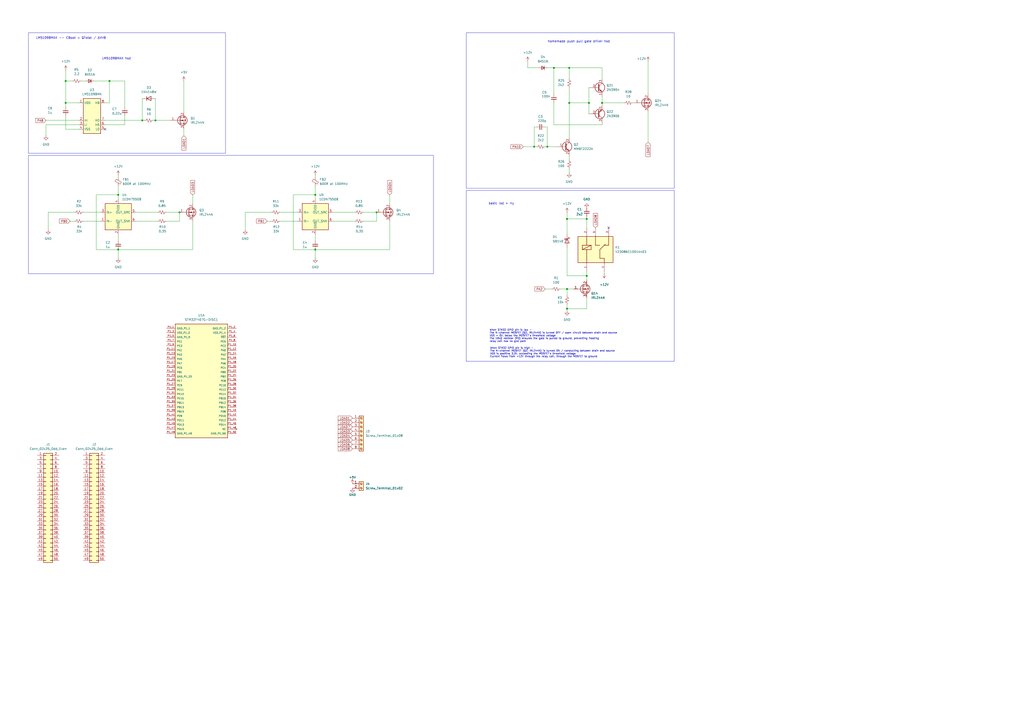
<source format=kicad_sch>
(kicad_sch (version 20231120) (generator "eeschema") (generator_version "8.0")
  (paper "A2")
  (lib_symbols
    (symbol "Connector:Screw_Terminal_01x02" (pin_names (offset 1.016) hide)
      (property "Reference" "J" (at 0 2.54 0))
      (property "Value" "Screw_Terminal_01x02" (at 0 -5.08 0))
      (symbol "Screw_Terminal_01x02_1_1"
        (pin passive line (at -5.08 0 0) (length 3.81) (name "Pin_1") (number "1"))
        (pin passive line (at -5.08 -2.54 0) (length 3.81) (name "Pin_2") (number "2"))
      )
    )
    (symbol "Connector:Screw_Terminal_01x08" (pin_names (offset 1.016) hide)
      (property "Reference" "J" (at 0 10.16 0))
      (property "Value" "Screw_Terminal_01x08" (at 0 -12.7 0))
      (symbol "Screw_Terminal_01x08_1_1"
        (pin passive line (at -5.08 7.62 0) (length 3.81) (name "Pin_1") (number "1"))
        (pin passive line (at -5.08 5.08 0) (length 3.81) (name "Pin_2") (number "2"))
        (pin passive line (at -5.08 2.54 0) (length 3.81) (name "Pin_3") (number "3"))
        (pin passive line (at -5.08 0 0) (length 3.81) (name "Pin_4") (number "4"))
        (pin passive line (at -5.08 -2.54 0) (length 3.81) (name "Pin_5") (number "5"))
        (pin passive line (at -5.08 -5.08 0) (length 3.81) (name "Pin_6") (number "6"))
        (pin passive line (at -5.08 -7.62 0) (length 3.81) (name "Pin_7") (number "7"))
        (pin passive line (at -5.08 -10.16 0) (length 3.81) (name "Pin_8") (number "8"))
      )
    )
    (symbol "Connector_Generic:Conn_02x25_Odd_Even" (pin_names (offset 1.016) hide)
      (property "Reference" "J" (at 1.27 33.02 0))
      (property "Value" "Conn_02x25_Odd_Even" (at 1.27 -33.02 0))
      (symbol "Conn_02x25_Odd_Even_1_1"
        (pin passive line (at -5.08 30.48 0) (length 3.81) (name "Pin_1") (number "1"))
        (pin passive line (at 7.62 20.32 180) (length 3.81) (name "Pin_10") (number "10"))
        (pin passive line (at -5.08 17.78 0) (length 3.81) (name "Pin_11") (number "11"))
        (pin passive line (at 7.62 17.78 180) (length 3.81) (name "Pin_12") (number "12"))
        (pin passive line (at -5.08 15.24 0) (length 3.81) (name "Pin_13") (number "13"))
        (pin passive line (at 7.62 15.24 180) (length 3.81) (name "Pin_14") (number "14"))
        (pin passive line (at -5.08 12.7 0) (length 3.81) (name "Pin_15") (number "15"))
        (pin passive line (at 7.62 12.7 180) (length 3.81) (name "Pin_16") (number "16"))
        (pin passive line (at -5.08 10.16 0) (length 3.81) (name "Pin_17") (number "17"))
        (pin passive line (at 7.62 10.16 180) (length 3.81) (name "Pin_18") (number "18"))
        (pin passive line (at -5.08 7.62 0) (length 3.81) (name "Pin_19") (number "19"))
        (pin passive line (at 7.62 30.48 180) (length 3.81) (name "Pin_2") (number "2"))
        (pin passive line (at 7.62 7.62 180) (length 3.81) (name "Pin_20") (number "20"))
        (pin passive line (at -5.08 5.08 0) (length 3.81) (name "Pin_21") (number "21"))
        (pin passive line (at 7.62 5.08 180) (length 3.81) (name "Pin_22") (number "22"))
        (pin passive line (at -5.08 2.54 0) (length 3.81) (name "Pin_23") (number "23"))
        (pin passive line (at 7.62 2.54 180) (length 3.81) (name "Pin_24") (number "24"))
        (pin passive line (at -5.08 0 0) (length 3.81) (name "Pin_25") (number "25"))
        (pin passive line (at 7.62 0 180) (length 3.81) (name "Pin_26") (number "26"))
        (pin passive line (at -5.08 -2.54 0) (length 3.81) (name "Pin_27") (number "27"))
        (pin passive line (at 7.62 -2.54 180) (length 3.81) (name "Pin_28") (number "28"))
        (pin passive line (at -5.08 -5.08 0) (length 3.81) (name "Pin_29") (number "29"))
        (pin passive line (at -5.08 27.94 0) (length 3.81) (name "Pin_3") (number "3"))
        (pin passive line (at 7.62 -5.08 180) (length 3.81) (name "Pin_30") (number "30"))
        (pin passive line (at -5.08 -7.62 0) (length 3.81) (name "Pin_31") (number "31"))
        (pin passive line (at 7.62 -7.62 180) (length 3.81) (name "Pin_32") (number "32"))
        (pin passive line (at -5.08 -10.16 0) (length 3.81) (name "Pin_33") (number "33"))
        (pin passive line (at 7.62 -10.16 180) (length 3.81) (name "Pin_34") (number "34"))
        (pin passive line (at -5.08 -12.7 0) (length 3.81) (name "Pin_35") (number "35"))
        (pin passive line (at 7.62 -12.7 180) (length 3.81) (name "Pin_36") (number "36"))
        (pin passive line (at -5.08 -15.24 0) (length 3.81) (name "Pin_37") (number "37"))
        (pin passive line (at 7.62 -15.24 180) (length 3.81) (name "Pin_38") (number "38"))
        (pin passive line (at -5.08 -17.78 0) (length 3.81) (name "Pin_39") (number "39"))
        (pin passive line (at 7.62 27.94 180) (length 3.81) (name "Pin_4") (number "4"))
        (pin passive line (at 7.62 -17.78 180) (length 3.81) (name "Pin_40") (number "40"))
        (pin passive line (at -5.08 -20.32 0) (length 3.81) (name "Pin_41") (number "41"))
        (pin passive line (at 7.62 -20.32 180) (length 3.81) (name "Pin_42") (number "42"))
        (pin passive line (at -5.08 -22.86 0) (length 3.81) (name "Pin_43") (number "43"))
        (pin passive line (at 7.62 -22.86 180) (length 3.81) (name "Pin_44") (number "44"))
        (pin passive line (at -5.08 -25.4 0) (length 3.81) (name "Pin_45") (number "45"))
        (pin passive line (at 7.62 -25.4 180) (length 3.81) (name "Pin_46") (number "46"))
        (pin passive line (at -5.08 -27.94 0) (length 3.81) (name "Pin_47") (number "47"))
        (pin passive line (at 7.62 -27.94 180) (length 3.81) (name "Pin_48") (number "48"))
        (pin passive line (at -5.08 -30.48 0) (length 3.81) (name "Pin_49") (number "49"))
        (pin passive line (at -5.08 25.4 0) (length 3.81) (name "Pin_5") (number "5"))
        (pin passive line (at 7.62 -30.48 180) (length 3.81) (name "Pin_50") (number "50"))
        (pin passive line (at 7.62 25.4 180) (length 3.81) (name "Pin_6") (number "6"))
        (pin passive line (at -5.08 22.86 0) (length 3.81) (name "Pin_7") (number "7"))
        (pin passive line (at 7.62 22.86 180) (length 3.81) (name "Pin_8") (number "8"))
        (pin passive line (at -5.08 20.32 0) (length 3.81) (name "Pin_9") (number "9"))
      )
    )
    (symbol "Device:C_Small" (pin_numbers hide) (pin_names (offset 0.254) hide)
      (property "Reference" "C" (at 0.254 1.778 0))
      (property "Value" "C_Small" (at 0.254 -2.032 0))
      (symbol "C_Small_1_1"
        (pin passive line (at 0 2.54 270) (length 2.032) (name "~") (number "1"))
        (pin passive line (at 0 -2.54 90) (length 2.032) (name "~") (number "2"))
      )
    )
    (symbol "Device:D_Small" (pin_numbers hide) (pin_names (offset 0.254) hide)
      (property "Reference" "D" (at -1.27 2.032 0))
      (property "Value" "D_Small" (at -3.81 -2.032 0))
      (symbol "D_Small_1_1"
        (pin passive line (at -2.54 0 0) (length 1.778) (name "K") (number "1"))
        (pin passive line (at 2.54 0 180) (length 1.778) (name "A") (number "2"))
      )
    )
    (symbol "Device:FerriteBead_Small" (pin_numbers hide) (pin_names (offset 0))
      (property "Reference" "FB" (at 1.905 1.27 0))
      (property "Value" "FerriteBead_Small" (at 1.905 -1.27 0))
      (symbol "FerriteBead_Small_1_1"
        (pin passive line (at 0 2.54 270) (length 1.27) (name "~") (number "1"))
        (pin passive line (at 0 -2.54 90) (length 1.27) (name "~") (number "2"))
      )
    )
    (symbol "Device:R_Small_US" (pin_numbers hide) (pin_names (offset 0.254) hide)
      (property "Reference" "R" (at 0.762 0.508 0))
      (property "Value" "R_Small_US" (at 0.762 -1.016 0))
      (symbol "R_Small_US_1_1"
        (pin passive line (at 0 2.54 270) (length 1.016) (name "~") (number "1"))
        (pin passive line (at 0 -2.54 90) (length 1.016) (name "~") (number "2"))
      )
    )
    (symbol "Diode:1N4148W" (pin_numbers hide) (pin_names hide)
      (property "Reference" "D" (at 0 2.54 0))
      (property "Value" "1N4148W" (at 0 -2.54 0))
      (symbol "1N4148W_1_1"
        (pin passive line (at -3.81 0 0) (length 2.54) (name "K") (number "1"))
        (pin passive line (at 3.81 0 180) (length 2.54) (name "A") (number "2"))
      )
    )
    (symbol "Diode:SB140" (pin_numbers hide) (pin_names (offset 1.016) hide)
      (property "Reference" "D" (at 0 2.54 0))
      (property "Value" "SB140" (at 0 -2.54 0))
      (symbol "SB140_1_1"
        (pin passive line (at -3.81 0 0) (length 2.54) (name "K") (number "1"))
        (pin passive line (at 3.81 0 180) (length 2.54) (name "A") (number "2"))
      )
    )
    (symbol "Driver_FET:1EDN7550B"
      (property "Reference" "U" (at -7.62 8.89 0))
      (property "Value" "1EDN7550B" (at 1.27 8.89 0))
      (symbol "1EDN7550B_1_1"
        (pin input line (at -10.16 -2.54 0) (length 2.54) (name "IN-") (number "1"))
        (pin power_in line (at 0 -10.16 90) (length 2.54) (name "GND") (number "2"))
        (pin input line (at -10.16 2.54 0) (length 2.54) (name "IN+") (number "3"))
        (pin power_in line (at 0 10.16 270) (length 2.54) (name "VDD") (number "4"))
        (pin output line (at 10.16 2.54 180) (length 2.54) (name "OUT_SRC") (number "5"))
        (pin output line (at 10.16 -2.54 180) (length 2.54) (name "OUT_SNK") (number "6"))
      )
    )
    (symbol "Driver_FET:LM5109BMA"
      (property "Reference" "U" (at 0 13.97 0))
      (property "Value" "LM5109BMA" (at 0 11.43 0))
      (symbol "LM5109BMA_1_1"
        (pin power_in line (at -7.62 7.62 0) (length 2.54) (name "VDD") (number "1"))
        (pin input line (at -7.62 -2.54 0) (length 2.54) (name "HI") (number "2"))
        (pin input line (at -7.62 -5.08 0) (length 2.54) (name "LI") (number "3"))
        (pin power_in line (at -7.62 -7.62 0) (length 2.54) (name "VSS") (number "4"))
        (pin output line (at 7.62 -7.62 180) (length 2.54) (name "LO") (number "5"))
        (pin passive line (at 7.62 -5.08 180) (length 2.54) (name "HS") (number "6"))
        (pin output line (at 7.62 -2.54 180) (length 2.54) (name "HO") (number "7"))
        (pin passive line (at 7.62 7.62 180) (length 2.54) (name "HB") (number "8"))
      )
    )
    (symbol "New_Library_0:STM32F407G-DISC1" (pin_names (offset 1.016))
      (property "Reference" "U" (at -15.24 33.782 0))
      (property "Value" "STM32F407G-DISC1" (at -15.24 -35.56 0))
      (symbol "STM32F407G-DISC1_1_0"
        (pin power_in line (at -20.32 30.48 0) (length 5.08) (name "GND_P1_1") (number "P1_1"))
        (pin bidirectional line (at 20.32 20.32 180) (length 5.08) (name "PC2") (number "P1_10"))
        (pin bidirectional line (at -20.32 17.78 0) (length 5.08) (name "PA1") (number "P1_11"))
        (pin bidirectional line (at 20.32 17.78 180) (length 5.08) (name "PA0") (number "P1_12"))
        (pin bidirectional line (at -20.32 15.24 0) (length 5.08) (name "PA3") (number "P1_13"))
        (pin bidirectional line (at 20.32 15.24 180) (length 5.08) (name "PA2") (number "P1_14"))
        (pin bidirectional line (at -20.32 12.7 0) (length 5.08) (name "PA5") (number "P1_15"))
        (pin bidirectional line (at 20.32 12.7 180) (length 5.08) (name "PA4") (number "P1_16"))
        (pin bidirectional line (at -20.32 10.16 0) (length 5.08) (name "PA7") (number "P1_17"))
        (pin bidirectional line (at 20.32 10.16 180) (length 5.08) (name "PA6") (number "P1_18"))
        (pin bidirectional line (at -20.32 7.62 0) (length 5.08) (name "PC5") (number "P1_19"))
        (pin power_in line (at 20.32 30.48 180) (length 5.08) (name "GND_P1_2") (number "P1_2"))
        (pin bidirectional line (at 20.32 7.62 180) (length 5.08) (name "PC4") (number "P1_20"))
        (pin bidirectional line (at -20.32 5.08 0) (length 5.08) (name "PB1") (number "P1_21"))
        (pin bidirectional line (at 20.32 5.08 180) (length 5.08) (name "PB0") (number "P1_22"))
        (pin power_in line (at -20.32 2.54 0) (length 5.08) (name "GND_P1_23") (number "P1_23"))
        (pin bidirectional line (at 20.32 2.54 180) (length 5.08) (name "PB2") (number "P1_24"))
        (pin bidirectional line (at -20.32 0 0) (length 5.08) (name "PE7") (number "P1_25"))
        (pin bidirectional line (at 20.32 0 180) (length 5.08) (name "PE8") (number "P1_26"))
        (pin bidirectional line (at -20.32 -2.54 0) (length 5.08) (name "PE9") (number "P1_27"))
        (pin bidirectional line (at 20.32 -2.54 180) (length 5.08) (name "PE10") (number "P1_28"))
        (pin bidirectional line (at -20.32 -5.08 0) (length 5.08) (name "PE11") (number "P1_29"))
        (pin power_in line (at -20.32 27.94 0) (length 5.08) (name "VDD_P1_3") (number "P1_3"))
        (pin bidirectional line (at 20.32 -5.08 180) (length 5.08) (name "PE12") (number "P1_30"))
        (pin bidirectional line (at -20.32 -7.62 0) (length 5.08) (name "PE13") (number "P1_31"))
        (pin bidirectional line (at 20.32 -7.62 180) (length 5.08) (name "PE14") (number "P1_32"))
        (pin bidirectional line (at -20.32 -10.16 0) (length 5.08) (name "PE15") (number "P1_33"))
        (pin bidirectional line (at 20.32 -10.16 180) (length 5.08) (name "PB10") (number "P1_34"))
        (pin bidirectional line (at -20.32 -12.7 0) (length 5.08) (name "PB11") (number "P1_35"))
        (pin bidirectional line (at 20.32 -12.7 180) (length 5.08) (name "PB12") (number "P1_36"))
        (pin bidirectional line (at -20.32 -15.24 0) (length 5.08) (name "PB13") (number "P1_37"))
        (pin bidirectional line (at 20.32 -15.24 180) (length 5.08) (name "PB14") (number "P1_38"))
        (pin bidirectional line (at -20.32 -17.78 0) (length 5.08) (name "PB15") (number "P1_39"))
        (pin power_in line (at 20.32 27.94 180) (length 5.08) (name "VDD_P1_4") (number "P1_4"))
        (pin bidirectional line (at 20.32 -17.78 180) (length 5.08) (name "PD8") (number "P1_40"))
        (pin bidirectional line (at -20.32 -20.32 0) (length 5.08) (name "PD9") (number "P1_41"))
        (pin bidirectional line (at 20.32 -20.32 180) (length 5.08) (name "PD10") (number "P1_42"))
        (pin bidirectional line (at -20.32 -22.86 0) (length 5.08) (name "PD11") (number "P1_43"))
        (pin bidirectional line (at 20.32 -22.86 180) (length 5.08) (name "PD12") (number "P1_44"))
        (pin bidirectional line (at -20.32 -25.4 0) (length 5.08) (name "PD13") (number "P1_45"))
        (pin bidirectional line (at 20.32 -25.4 180) (length 5.08) (name "PD14") (number "P1_46"))
        (pin bidirectional line (at -20.32 -27.94 0) (length 5.08) (name "PD15") (number "P1_47"))
        (pin no_connect line (at 20.32 -27.94 180) (length 5.08) (name "NC") (number "P1_48"))
        (pin power_in line (at -20.32 -30.48 0) (length 5.08) (name "GND_P1_49") (number "P1_49"))
        (pin power_in line (at -20.32 25.4 0) (length 5.08) (name "GND_P1_5") (number "P1_5"))
        (pin power_in line (at 20.32 -30.48 180) (length 5.08) (name "GND_P1_50") (number "P1_50"))
        (pin bidirectional line (at 20.32 25.4 180) (length 5.08) (name "~{RST}") (number "P1_6"))
        (pin bidirectional line (at -20.32 22.86 0) (length 5.08) (name "PC1") (number "P1_7"))
        (pin bidirectional line (at 20.32 22.86 180) (length 5.08) (name "PC0") (number "P1_8"))
        (pin bidirectional line (at -20.32 20.32 0) (length 5.08) (name "PC3") (number "P1_9"))
      )
      (symbol "STM32F407G-DISC1_2_0"
        (pin power_in line (at -20.32 30.48 0) (length 5.08) (name "GND_P2_1") (number "P2_1"))
        (pin bidirectional line (at 20.32 20.32 180) (length 5.08) (name "PC15") (number "P2_10"))
        (pin bidirectional line (at -20.32 17.78 0) (length 5.08) (name "PE6") (number "P2_11"))
        (pin bidirectional line (at 20.32 17.78 180) (length 5.08) (name "PC13") (number "P2_12"))
        (pin bidirectional line (at -20.32 15.24 0) (length 5.08) (name "PE4") (number "P2_13"))
        (pin bidirectional line (at 20.32 15.24 180) (length 5.08) (name "PE5") (number "P2_14"))
        (pin bidirectional line (at -20.32 12.7 0) (length 5.08) (name "PE2") (number "P2_15"))
        (pin bidirectional line (at 20.32 12.7 180) (length 5.08) (name "PE3") (number "P2_16"))
        (pin bidirectional line (at -20.32 10.16 0) (length 5.08) (name "PE0") (number "P2_17"))
        (pin bidirectional line (at 20.32 10.16 180) (length 5.08) (name "PE1") (number "P2_18"))
        (pin bidirectional line (at -20.32 7.62 0) (length 5.08) (name "PB8") (number "P2_19"))
        (pin power_in line (at 20.32 30.48 180) (length 5.08) (name "GND_P2_2") (number "P2_2"))
        (pin bidirectional line (at 20.32 7.62 180) (length 5.08) (name "PB9") (number "P2_20"))
        (pin input line (at -20.32 5.08 0) (length 5.08) (name "BOOT0") (number "P2_21"))
        (pin power_in line (at 20.32 5.08 180) (length 5.08) (name "VDD_P2_22") (number "P2_22"))
        (pin bidirectional line (at -20.32 2.54 0) (length 5.08) (name "PB6") (number "P2_23"))
        (pin bidirectional line (at 20.32 2.54 180) (length 5.08) (name "PB7") (number "P2_24"))
        (pin bidirectional line (at -20.32 0 0) (length 5.08) (name "PB4") (number "P2_25"))
        (pin bidirectional line (at 20.32 0 180) (length 5.08) (name "PB5") (number "P2_26"))
        (pin bidirectional line (at -20.32 -2.54 0) (length 5.08) (name "PD7") (number "P2_27"))
        (pin bidirectional line (at 20.32 -2.54 180) (length 5.08) (name "PB3") (number "P2_28"))
        (pin bidirectional line (at -20.32 -5.08 0) (length 5.08) (name "PD5") (number "P2_29"))
        (pin power_in line (at -20.32 27.94 0) (length 5.08) (name "5V_P2_3") (number "P2_3"))
        (pin bidirectional line (at 20.32 -5.08 180) (length 5.08) (name "PD6") (number "P2_30"))
        (pin bidirectional line (at -20.32 -7.62 0) (length 5.08) (name "PD3") (number "P2_31"))
        (pin bidirectional line (at 20.32 -7.62 180) (length 5.08) (name "PD4") (number "P2_32"))
        (pin bidirectional line (at -20.32 -10.16 0) (length 5.08) (name "PD1") (number "P2_33"))
        (pin bidirectional line (at 20.32 -10.16 180) (length 5.08) (name "PD2") (number "P2_34"))
        (pin bidirectional line (at -20.32 -12.7 0) (length 5.08) (name "PC12") (number "P2_35"))
        (pin bidirectional line (at 20.32 -12.7 180) (length 5.08) (name "PD0") (number "P2_36"))
        (pin bidirectional line (at -20.32 -15.24 0) (length 5.08) (name "PC10") (number "P2_37"))
        (pin bidirectional line (at 20.32 -15.24 180) (length 5.08) (name "PC11") (number "P2_38"))
        (pin bidirectional line (at -20.32 -17.78 0) (length 5.08) (name "PA14") (number "P2_39"))
        (pin power_in line (at 20.32 27.94 180) (length 5.08) (name "5V_P2_4") (number "P2_4"))
        (pin bidirectional line (at 20.32 -17.78 180) (length 5.08) (name "PA15") (number "P2_40"))
        (pin bidirectional line (at -20.32 -20.32 0) (length 5.08) (name "PA10") (number "P2_41"))
        (pin bidirectional line (at 20.32 -20.32 180) (length 5.08) (name "PA13") (number "P2_42"))
        (pin bidirectional line (at -20.32 -22.86 0) (length 5.08) (name "PA8") (number "P2_43"))
        (pin bidirectional line (at 20.32 -22.86 180) (length 5.08) (name "PA9") (number "P2_44"))
        (pin bidirectional line (at -20.32 -25.4 0) (length 5.08) (name "PC8") (number "P2_45"))
        (pin bidirectional line (at 20.32 -25.4 180) (length 5.08) (name "PC9") (number "P2_46"))
        (pin bidirectional line (at -20.32 -27.94 0) (length 5.08) (name "PC6") (number "P2_47"))
        (pin bidirectional line (at 20.32 -27.94 180) (length 5.08) (name "PC7") (number "P2_48"))
        (pin power_in line (at -20.32 -30.48 0) (length 5.08) (name "GND_P2_49") (number "P2_49"))
        (pin power_in line (at -20.32 25.4 0) (length 5.08) (name "3V_P2_5") (number "P2_5"))
        (pin power_in line (at 20.32 -30.48 180) (length 5.08) (name "GND_P2_50") (number "P2_50"))
        (pin power_in line (at 20.32 25.4 180) (length 5.08) (name "3V_P2_6") (number "P2_6"))
        (pin bidirectional line (at -20.32 22.86 0) (length 5.08) (name "PH0") (number "P2_7"))
        (pin bidirectional line (at 20.32 22.86 180) (length 5.08) (name "PH1") (number "P2_8"))
        (pin bidirectional line (at -20.32 20.32 0) (length 5.08) (name "PC14") (number "P2_9"))
      )
    )
    (symbol "New_Library_0:V23086C1001A403" (pin_names (offset 1.016))
      (property "Reference" "K" (at -7.6508 12.7404 0))
      (property "Value" "V23086C1001A403" (at -7.6603 -15.3142 0))
      (symbol "V23086C1001A403_0_0"
        (pin passive line (at 12.7 -5.08 180) (length 5.08) (name "~") (number "1"))
        (pin passive line (at -12.7 -5.08 0) (length 5.08) (name "~") (number "2"))
        (pin passive line (at -12.7 7.62 0) (length 5.08) (name "~") (number "3"))
        (pin passive line (at 12.7 5.08 180) (length 5.08) (name "~") (number "4"))
        (pin passive line (at -12.7 0 0) (length 5.08) (name "~") (number "5"))
      )
    )
    (symbol "STM32F4_REV2-rescue:+12V-power" (power) (pin_names (offset 0))
      (property "Value" "power_+12V" (at 0 3.556 0))
      (symbol "+12V-power_1_1"
        (pin power_in line (at 0 0 90) (length 0) hide (name "+12V") (number "1"))
      )
    )
    (symbol "STM32F4_REV2-rescue:GND-power" (power) (pin_names (offset 0))
      (property "Value" "power_GND" (at 0 -3.81 0))
      (symbol "GND-power_1_1"
        (pin power_in line (at 0 0 270) (length 0) hide (name "GND") (number "1"))
      )
    )
    (symbol "Transistor_BJT:2N3904" (pin_names (offset 0) hide)
      (property "Reference" "Q" (at 5.08 1.905 0))
      (property "Value" "2N3904" (at 5.08 0 0))
      (symbol "2N3904_1_1"
        (pin passive line (at 2.54 -5.08 90) (length 2.54) (name "E") (number "1"))
        (pin passive line (at -5.08 0 0) (length 5.715) (name "B") (number "2"))
        (pin passive line (at 2.54 5.08 270) (length 2.54) (name "C") (number "3"))
      )
    )
    (symbol "Transistor_BJT:2N3906" (pin_names (offset 0) hide)
      (property "Reference" "Q" (at 5.08 1.905 0))
      (property "Value" "2N3906" (at 5.08 0 0))
      (symbol "2N3906_1_1"
        (pin passive line (at 2.54 -5.08 90) (length 2.54) (name "E") (number "1"))
        (pin input line (at -5.08 0 0) (length 5.715) (name "B") (number "2"))
        (pin passive line (at 2.54 5.08 270) (length 2.54) (name "C") (number "3"))
      )
    )
    (symbol "Transistor_BJT:MMBT2222A" (pin_names (offset 0) hide)
      (property "Reference" "Q" (at 5.08 1.905 0))
      (property "Value" "MMBT2222A" (at 5.08 0 0))
      (symbol "MMBT2222A_1_1"
        (pin input line (at -5.08 0 0) (length 5.715) (name "B") (number "1"))
        (pin passive line (at 2.54 -5.08 90) (length 2.54) (name "E") (number "2"))
        (pin passive line (at 2.54 5.08 270) (length 2.54) (name "C") (number "3"))
      )
    )
    (symbol "Transistor_FET:IRLZ44N" (pin_names hide)
      (property "Reference" "Q" (at 5.08 1.905 0))
      (property "Value" "IRLZ44N" (at 5.08 0 0))
      (symbol "IRLZ44N_1_1"
        (pin input line (at -5.08 0 0) (length 2.54) (name "G") (number "1"))
        (pin passive line (at 2.54 5.08 270) (length 2.54) (name "D") (number "2"))
        (pin passive line (at 2.54 -5.08 90) (length 2.54) (name "S") (number "3"))
      )
    )
    (symbol "power:+12V" (power) (pin_numbers hide) (pin_names (offset 0) hide)
      (property "Value" "+12V" (at 0 3.556 0))
      (symbol "+12V_1_1"
        (pin power_in line (at 0 0 90) (length 0) (name "~") (number "1"))
      )
    )
    (symbol "power:+3.3V" (power) (pin_numbers hide) (pin_names (offset 0) hide)
      (property "Value" "+3.3V" (at 0 3.556 0))
      (symbol "+3.3V_1_1"
        (pin power_in line (at 0 0 90) (length 0) (name "~") (number "1"))
      )
    )
    (symbol "power:GND" (power) (pin_numbers hide) (pin_names (offset 0) hide)
      (property "Value" "GND" (at 0 -3.81 0))
      (symbol "GND_1_1"
        (pin power_in line (at 0 0 270) (length 0) (name "~") (number "1"))
      )
    )
  )
  (junction (at 63.5 46.99))
  (junction (at 68.58 144.78))
  (junction (at 38.1 59.69))
  (junction (at 328.93 179.07))
  (junction (at 309.88 85.09))
  (junction (at 317.5 85.09))
  (junction (at 340.36 127))
  (junction (at 328.93 167.64))
  (junction (at 68.58 113.03))
  (junction (at 330.2 39.37))
  (junction (at 218.44 123.19))
  (junction (at 341.63 59.69))
  (junction (at 182.88 144.78))
  (junction (at 104.14 123.19))
  (junction (at 328.93 127))
  (junction (at 90.17 69.85))
  (junction (at 182.88 113.03))
  (junction (at 321.31 39.37))
  (junction (at 330.2 59.69))
  (junction (at 340.36 160.02))
  (junction (at 82.55 69.85))
  (junction (at 38.1 46.99))
  (junction (at 349.25 59.69))
  (no_connect (at 353.06 132.08))
  (no_connect (at 60.96 74.93))
  (polyline (pts (xy 251.46 158.75) (xy 251.46 90.17)))
  (wire (pts (xy 72.39 72.39) (xy 72.39 67.31)))
  (wire (pts (xy 349.25 59.69) (xy 361.95 59.69)))
  (wire (pts (xy 38.1 59.69) (xy 38.1 62.23)))
  (wire (pts (xy 142.24 123.19) (xy 142.24 133.35)))
  (wire (pts (xy 54.61 46.99) (xy 63.5 46.99)))
  (wire (pts (xy 309.88 73.66) (xy 309.88 85.09)))
  (polyline (pts (xy 16.51 19.05) (xy 16.51 88.9)))
  (wire (pts (xy 375.92 35.56) (xy 375.92 54.61)))
  (wire (pts (xy 40.64 128.27) (xy 43.18 128.27)))
  (polyline (pts (xy 270.51 110.49) (xy 391.16 110.49)))
  (wire (pts (xy 193.04 123.19) (xy 205.74 123.19)))
  (wire (pts (xy 45.72 59.69) (xy 38.1 59.69)))
  (wire (pts (xy 330.2 59.69) (xy 341.63 59.69)))
  (wire (pts (xy 340.36 157.48) (xy 340.36 160.02)))
  (wire (pts (xy 68.58 107.95) (xy 68.58 113.03)))
  (wire (pts (xy 340.36 179.07) (xy 340.36 172.72)))
  (wire (pts (xy 306.07 39.37) (xy 312.42 39.37)))
  (wire (pts (xy 328.93 179.07) (xy 328.93 180.34)))
  (wire (pts (xy 63.5 59.69) (xy 63.5 46.99)))
  (wire (pts (xy 321.31 72.39) (xy 349.25 72.39)))
  (wire (pts (xy 26.67 69.85) (xy 45.72 69.85)))
  (wire (pts (xy 328.93 179.07) (xy 328.93 176.53)))
  (polyline (pts (xy 16.51 90.17) (xy 251.46 90.17)))
  (wire (pts (xy 182.88 113.03) (xy 182.88 115.57)))
  (polyline (pts (xy 16.51 19.05) (xy 130.81 19.05)))
  (wire (pts (xy 226.06 128.27) (xy 226.06 144.78)))
  (polyline (pts (xy 130.81 88.9) (xy 130.81 19.05)))
  (polyline (pts (xy 391.16 109.22) (xy 391.16 19.05)))
  (wire (pts (xy 38.1 59.69) (xy 38.1 46.99)))
  (wire (pts (xy 142.24 123.19) (xy 157.48 123.19)))
  (wire (pts (xy 317.5 85.09) (xy 322.58 85.09)))
  (wire (pts (xy 162.56 128.27) (xy 172.72 128.27)))
  (polyline (pts (xy 16.51 158.75) (xy 251.46 158.75)))
  (wire (pts (xy 170.18 144.78) (xy 170.18 113.03)))
  (wire (pts (xy 154.94 128.27) (xy 157.48 128.27)))
  (wire (pts (xy 303.53 85.09) (xy 309.88 85.09)))
  (polyline (pts (xy 16.51 88.9) (xy 130.81 88.9)))
  (wire (pts (xy 96.52 123.19) (xy 104.14 123.19)))
  (wire (pts (xy 78.74 123.19) (xy 91.44 123.19)))
  (wire (pts (xy 90.17 69.85) (xy 88.9 69.85)))
  (wire (pts (xy 328.93 179.07) (xy 340.36 179.07)))
  (wire (pts (xy 349.25 71.12) (xy 349.25 72.39)))
  (wire (pts (xy 72.39 62.23) (xy 72.39 46.99)))
  (wire (pts (xy 317.5 39.37) (xy 321.31 39.37)))
  (wire (pts (xy 328.93 127) (xy 340.36 127)))
  (wire (pts (xy 38.1 46.99) (xy 41.91 46.99)))
  (wire (pts (xy 55.88 144.78) (xy 55.88 113.03)))
  (wire (pts (xy 60.96 72.39) (xy 72.39 72.39)))
  (wire (pts (xy 330.2 39.37) (xy 349.25 39.37)))
  (wire (pts (xy 55.88 113.03) (xy 68.58 113.03)))
  (wire (pts (xy 341.63 50.8) (xy 341.63 59.69)))
  (wire (pts (xy 349.25 39.37) (xy 349.25 45.72)))
  (polyline (pts (xy 270.51 110.49) (xy 270.51 209.55)))
  (wire (pts (xy 104.14 128.27) (xy 104.14 123.19)))
  (wire (pts (xy 182.88 101.6) (xy 182.88 102.87)))
  (wire (pts (xy 182.88 107.95) (xy 182.88 113.03)))
  (wire (pts (xy 182.88 144.78) (xy 182.88 149.86)))
  (wire (pts (xy 330.2 59.69) (xy 330.2 80.01)))
  (wire (pts (xy 111.76 144.78) (xy 68.58 144.78)))
  (wire (pts (xy 210.82 123.19) (xy 218.44 123.19)))
  (wire (pts (xy 328.93 167.64) (xy 332.74 167.64)))
  (wire (pts (xy 38.1 46.99) (xy 38.1 40.64)))
  (wire (pts (xy 218.44 128.27) (xy 218.44 123.19)))
  (wire (pts (xy 48.26 123.19) (xy 58.42 123.19)))
  (wire (pts (xy 328.93 167.64) (xy 328.93 171.45)))
  (wire (pts (xy 309.88 85.09) (xy 311.15 85.09)))
  (wire (pts (xy 325.12 167.64) (xy 328.93 167.64)))
  (polyline (pts (xy 270.51 19.05) (xy 270.51 109.22)))
  (wire (pts (xy 367.03 59.69) (xy 368.3 59.69)))
  (wire (pts (xy 106.68 46.99) (xy 106.68 64.77)))
  (wire (pts (xy 111.76 113.03) (xy 111.76 118.11)))
  (polyline (pts (xy 270.51 209.55) (xy 391.16 209.55)))
  (wire (pts (xy 82.55 69.85) (xy 83.82 69.85)))
  (wire (pts (xy 26.67 72.39) (xy 26.67 78.74)))
  (wire (pts (xy 38.1 67.31) (xy 38.1 74.93)))
  (wire (pts (xy 68.58 113.03) (xy 68.58 115.57)))
  (polyline (pts (xy 270.51 109.22) (xy 391.16 109.22)))
  (wire (pts (xy 182.88 144.78) (xy 170.18 144.78)))
  (wire (pts (xy 48.26 128.27) (xy 58.42 128.27)))
  (wire (pts (xy 90.17 69.85) (xy 99.06 69.85)))
  (wire (pts (xy 170.18 113.03) (xy 182.88 113.03)))
  (wire (pts (xy 316.23 73.66) (xy 317.5 73.66)))
  (wire (pts (xy 328.93 127) (xy 328.93 123.19)))
  (polyline (pts (xy 16.51 90.17) (xy 16.51 158.75)))
  (wire (pts (xy 60.96 59.69) (xy 63.5 59.69)))
  (wire (pts (xy 375.92 64.77) (xy 375.92 82.55)))
  (wire (pts (xy 90.17 57.15) (xy 90.17 69.85)))
  (wire (pts (xy 182.88 135.89) (xy 182.88 139.7)))
  (wire (pts (xy 330.2 50.8) (xy 330.2 59.69)))
  (wire (pts (xy 68.58 135.89) (xy 68.58 139.7)))
  (wire (pts (xy 321.31 39.37) (xy 330.2 39.37)))
  (wire (pts (xy 320.04 167.64) (xy 316.23 167.64)))
  (wire (pts (xy 349.25 59.69) (xy 349.25 60.96)))
  (wire (pts (xy 226.06 113.03) (xy 226.06 118.11)))
  (wire (pts (xy 193.04 128.27) (xy 205.74 128.27)))
  (wire (pts (xy 306.07 35.56) (xy 306.07 39.37)))
  (wire (pts (xy 60.96 69.85) (xy 82.55 69.85)))
  (wire (pts (xy 82.55 57.15) (xy 82.55 69.85)))
  (wire (pts (xy 349.25 55.88) (xy 349.25 59.69)))
  (wire (pts (xy 321.31 39.37) (xy 321.31 54.61)))
  (wire (pts (xy 68.58 144.78) (xy 68.58 149.86)))
  (wire (pts (xy 316.23 85.09) (xy 317.5 85.09)))
  (wire (pts (xy 350.52 157.48) (xy 350.52 158.75)))
  (wire (pts (xy 46.99 46.99) (xy 49.53 46.99)))
  (wire (pts (xy 68.58 101.6) (xy 68.58 102.87)))
  (wire (pts (xy 27.94 123.19) (xy 43.18 123.19)))
  (wire (pts (xy 311.15 73.66) (xy 309.88 73.66)))
  (wire (pts (xy 68.58 144.78) (xy 55.88 144.78)))
  (wire (pts (xy 340.36 125.73) (xy 340.36 127)))
  (wire (pts (xy 106.68 74.93) (xy 106.68 78.74)))
  (wire (pts (xy 321.31 59.69) (xy 321.31 72.39)))
  (polyline (pts (xy 270.51 19.05) (xy 391.16 19.05)))
  (wire (pts (xy 328.93 143.51) (xy 328.93 160.02)))
  (wire (pts (xy 340.36 127) (xy 340.36 132.08)))
  (wire (pts (xy 317.5 73.66) (xy 317.5 85.09)))
  (wire (pts (xy 328.93 135.89) (xy 328.93 127)))
  (wire (pts (xy 210.82 128.27) (xy 218.44 128.27)))
  (wire (pts (xy 340.36 160.02) (xy 340.36 162.56)))
  (wire (pts (xy 330.2 97.79) (xy 330.2 100.33)))
  (wire (pts (xy 341.63 59.69) (xy 341.63 66.04)))
  (wire (pts (xy 111.76 128.27) (xy 111.76 144.78)))
  (wire (pts (xy 38.1 74.93) (xy 45.72 74.93)))
  (wire (pts (xy 96.52 128.27) (xy 104.14 128.27)))
  (wire (pts (xy 78.74 128.27) (xy 91.44 128.27)))
  (wire (pts (xy 27.94 123.19) (xy 27.94 133.35)))
  (polyline (pts (xy 391.16 209.55) (xy 391.16 110.49)))
  (wire (pts (xy 72.39 46.99) (xy 63.5 46.99)))
  (wire (pts (xy 226.06 144.78) (xy 182.88 144.78)))
  (wire (pts (xy 330.2 90.17) (xy 330.2 92.71)))
  (wire (pts (xy 162.56 123.19) (xy 172.72 123.19)))
  (wire (pts (xy 26.67 72.39) (xy 45.72 72.39)))
  (wire (pts (xy 328.93 160.02) (xy 340.36 160.02)))
  (wire (pts (xy 330.2 39.37) (xy 330.2 45.72)))
  (text "basic lsd + rly" (at 290.83 118.11 0) (effects (font (size 1.27 1.27))))
  (text "LM5109BMAX -- CBoot = QTotal / ΔVHB" (at 41.148 22.098 0) (effects (font (size 1.27 1.27))))
  (text "homemade push pull gate driver hsd" (at 335.788 24.13 0) (effects (font (size 1.27 1.27))))
  (text "LM5109BMAX hsd" (at 67.564 34.036 0) (effects (font (size 1.27 1.27))))
  (text "When STM32 GPIO pin is low -\nThe N-channel MOSFET (Q2, IRLZ44N) is turned OFF / open circuit between drain and source\nVGS = 0V, below the MOSFET's threshold voltage\nThe 10kΩ resistor (R3) ensures the gate is pulled to ground, preventing floating\nrelay coil has no gnd path" (at 283.972 194.818 0) (effects (font (size 1.016 1.016)) (justify left)))
  (text "When STM32 GPIO pin is high -\nThe N-channel MOSFET (Q2, IRLZ44N) is turned ON / conducting between drain and source\nVGS is positive 3.3V, exceeding the MOSFET's threshold voltage\nCurrent flows from +12V through the relay coil, through the MOSFET to ground" (at 284.226 204.47 0) (effects (font (size 1.016 1.016)) (justify left)))
  (global_label "LOAD4" (shape input) (at 204.47 252.73 180) (property "Intersheetrefs" "${INTERSHEET_REFS}" (effects (hide yes))))
  (global_label "PA8" (shape input) (at 26.67 69.85 180) (property "Intersheetrefs" "${INTERSHEET_REFS}" (effects (hide yes))))
  (global_label "LOAD2" (shape input) (at 204.47 245.11 180) (property "Intersheetrefs" "${INTERSHEET_REFS}" (effects (hide yes))))
  (global_label "LOAD7" (shape input) (at 204.47 247.65 180) (property "Intersheetrefs" "${INTERSHEET_REFS}" (effects (hide yes))))
  (global_label "LOAD8" (shape input) (at 204.47 260.35 180) (property "Intersheetrefs" "${INTERSHEET_REFS}" (effects (hide yes))))
  (global_label "LOAD1" (shape input) (at 204.47 242.57 180) (property "Intersheetrefs" "${INTERSHEET_REFS}" (effects (hide yes))))
  (global_label "LOAD8" (shape input) (at 345.44 132.08 90) (property "Intersheetrefs" "${INTERSHEET_REFS}" (effects (hide yes))))
  (global_label "LOAD5" (shape input) (at 204.47 255.27 180) (property "Intersheetrefs" "${INTERSHEET_REFS}" (effects (hide yes))))
  (global_label "PB0" (shape input) (at 40.64 128.27 180) (property "Intersheetrefs" "${INTERSHEET_REFS}" (effects (hide yes))))
  (global_label "LOAD1" (shape input) (at 106.68 78.74 270) (property "Intersheetrefs" "${INTERSHEET_REFS}" (effects (hide yes))))
  (global_label "PB1" (shape input) (at 154.94 128.27 180) (property "Intersheetrefs" "${INTERSHEET_REFS}" (effects (hide yes))))
  (global_label "LOAD4" (shape input) (at 226.06 113.03 90) (property "Intersheetrefs" "${INTERSHEET_REFS}" (effects (hide yes))))
  (global_label "PA10" (shape input) (at 303.53 85.09 180) (property "Intersheetrefs" "${INTERSHEET_REFS}" (effects (hide yes))))
  (global_label "PA2" (shape input) (at 316.23 167.64 180) (property "Intersheetrefs" "${INTERSHEET_REFS}" (effects (hide yes))))
  (global_label "LOAD3" (shape input) (at 204.47 250.19 180) (property "Intersheetrefs" "${INTERSHEET_REFS}" (effects (hide yes))))
  (global_label "LOAD6" (shape input) (at 204.47 257.81 180) (property "Intersheetrefs" "${INTERSHEET_REFS}" (effects (hide yes))))
  (global_label "LOAD3" (shape input) (at 111.76 113.03 90) (property "Intersheetrefs" "${INTERSHEET_REFS}" (effects (hide yes))))
  (global_label "LOAD7" (shape input) (at 375.92 82.55 270) (property "Intersheetrefs" "${INTERSHEET_REFS}" (effects (hide yes))))
  (symbol (lib_id "Device:R_Small_US") (at 45.72 123.19 270) (unit 1)
    (property "Reference" "R2" (at 45.72 116.84 90))
    (property "Value" "33k" (at 45.72 119.38 90))
    (property "Footprint" "Resistor_SMD:R_0603_1608Metric" (effects (hide yes)))
    (property "Description" "Resistor, small US symbol" (effects (hide yes)))
  )
  (symbol (lib_id "Driver_FET:LM5109BMA") (at 53.34 67.31 0) (unit 1)
    (property "Reference" "U3" (at 53.34 52.07 0))
    (property "Value" "LM5109BMA" (at 53.34 54.61 0))
    (property "Footprint" "Package_SO:SOIC-8_3.9x4.9mm_P1.27mm" (effects (hide yes)))
    (property "Datasheet" "http://www.ti.com/lit/ds/symlink/lm5109b.pdf" (effects (hide yes)))
    (property "Description" "Half-Bridge Gate Driver, Output Current 1.0A, 100V, SOIC-8" (effects (hide yes)))
  )
  (symbol (lib_id "Device:R_Small_US") (at 328.93 173.99 0) (unit 1)
    (property "Reference" "R3" (at 323.342 172.72 0) (effects (justify left)))
    (property "Value" "10k" (at 323.342 175.26 0) (effects (justify left)))
    (property "Footprint" "Resistor_SMD:R_0603_1608Metric" (effects (hide yes)))
    (property "Description" "Resistor, small US symbol" (effects (hide yes)))
  )
  (symbol (lib_id "New_Library_0:V23086C1001A403") (at 345.44 144.78 270) (unit 1)
    (property "Reference" "K1" (at 356.87 143.5099 90) (effects (justify left)))
    (property "Value" "V23086C1001A403" (at 356.87 146.0499 90) (effects (justify left)))
    (property "Footprint" "test:V23086C1001A403" (effects (hide yes)))
    (property "Description" "Electromechanical Relay 12VDC 254Ohm 40A SPDT (12.9x12x9.9)mm THT Power Relay" (effects (hide yes)))
    (property "MF" "TE Connectivity / P&B" (effects (hide yes)))
    (property "PACKAGE" "None" (effects (hide yes)))
    (property "PRICE" "2.08 USD" (effects (hide yes)))
    (property "Package" "None" (effects (hide yes)))
    (property "Check_prices" "https://www.snapeda.com/parts/V23086C1001A403/TE+Connectivity+%252F+P%2526B/view-part/?ref=eda" (effects (hide yes)))
    (property "Price" "None" (effects (hide yes)))
    (property "SnapEDA_Link" "https://www.snapeda.com/parts/V23086C1001A403/TE+Connectivity+%252F+P%2526B/view-part/?ref=snap" (effects (hide yes)))
    (property "MP" "V23086C1001A403" (effects (hide yes)))
    (property "Availability" "In Stock" (effects (hide yes)))
    (property "AVAILABILITY" "Good" (effects (hide yes)))
    (property "Description_1" "\n                        \n                            Shrack, Micro auto power relay PCB 1c/o 12Vdc | TE Connectivity V23086C1001A403\n                        \n" (effects (hide yes)))
  )
  (symbol (lib_id "Device:R_Small_US") (at 330.2 48.26 180) (unit 1)
    (property "Reference" "R25" (at 323.596 46.736 0) (effects (justify right)))
    (property "Value" "2k2" (at 323.596 49.276 0) (effects (justify right)))
    (property "Footprint" "Resistor_SMD:R_0603_1608Metric" (effects (hide yes)))
    (property "Description" "Resistor, small US symbol" (effects (hide yes)))
  )
  (symbol (lib_id "Driver_FET:1EDN7550B") (at 68.58 125.73 0) (unit 1)
    (property "Reference" "U4" (at 70.7741 113.03 0) (effects (justify left)))
    (property "Value" "1EDN7550B" (at 70.7741 115.57 0) (effects (justify left)))
    (property "Footprint" "Package_TO_SOT_SMD:SOT-23-6" (effects (hide yes)))
    (property "Datasheet" "https://www.infineon.com/dgdl/Infineon-1EDN7550B-DS-v02_00-EN.pdf?fileId=5546d46262b31d2e01635d9799ef264f" (effects (hide yes)))
    (property "Description" "Single-Channel EiceDRIVER With True Differential Inputs, 4V UVLO, +4/-8A, SOT-23-6" (effects (hide yes)))
  )
  (symbol (lib_id "Device:R_Small_US") (at 44.45 46.99 90) (unit 1)
    (property "Reference" "R5" (at 42.926 40.386 90) (effects (justify right)))
    (property "Value" "2.2" (at 42.926 42.926 90) (effects (justify right)))
    (property "Footprint" "Resistor_SMD:R_0603_1608Metric" (effects (hide yes)))
    (property "Description" "Resistor, small US symbol" (effects (hide yes)))
  )
  (symbol (lib_id "Device:R_Small_US") (at 313.69 85.09 90) (unit 1)
    (property "Reference" "R22" (at 313.69 78.74 90))
    (property "Value" "2k2" (at 313.69 81.28 90))
    (property "Footprint" "Resistor_SMD:R_0603_1608Metric" (effects (hide yes)))
    (property "Description" "Resistor, small US symbol" (effects (hide yes)))
  )
  (symbol (lib_id "Connector:Screw_Terminal_01x08") (at 209.55 250.19 0) (unit 1)
    (property "Reference" "J3" (at 212.09 250.1899 0) (effects (justify left)))
    (property "Value" "Screw_Terminal_01x08" (at 212.09 252.7299 0) (effects (justify left)))
    (property "Footprint" "TerminalBlock_Phoenix:TerminalBlock_Phoenix_PT-1,5-8-3.5-H_1x08_P3.50mm_Horizontal" (effects (hide yes)))
    (property "Description" "Generic screw terminal, single row, 01x08, script generated (kicad-library-utils/schlib/autogen/connector/)" (effects (hide yes)))
  )
  (symbol (lib_id "power:+12V") (at 375.92 35.56 0) (unit 1)
    (property "Reference" "#PWR014" (effects (hide yes)))
    (property "Value" "+12V" (at 372.11 34.036 0))
    (property "Description" "Power symbol creates a global label with name \"+12V\"" (effects (hide yes)))
  )
  (symbol (lib_id "Transistor_FET:IRLZ44N") (at 337.82 167.64 0) (unit 1)
    (property "Reference" "Q14" (at 342.9 170.18 0) (effects (justify left)))
    (property "Value" "IRLZ44N" (at 342.9 172.72 0) (effects (justify left)))
    (property "Footprint" "Package_TO_SOT_THT:TO-220-3_Vertical" (effects (hide yes)))
    (property "Datasheet" "http://www.irf.com/product-info/datasheets/data/irlz44n.pdf" (effects (hide yes)))
    (property "Description" "47A Id, 55V Vds, 22mOhm Rds Single N-Channel HEXFET Power MOSFET, TO-220AB" (effects (hide yes)))
  )
  (symbol (lib_id "Transistor_BJT:MMBT2222A") (at 327.66 85.09 0) (unit 1)
    (property "Reference" "Q2" (at 332.74 83.8199 0) (effects (justify left)))
    (property "Value" "MMBT2222A" (at 332.74 86.3599 0) (effects (justify left)))
    (property "Footprint" "Package_TO_SOT_SMD:SOT-23" (effects (hide yes)))
    (property "Datasheet" "https://assets.nexperia.com/documents/data-sheet/MMBT2222A.pdf" (effects (hide yes)))
    (property "Description" "600mA Ic, 40V Vce, NPN Transistor, SOT-23" (effects (hide yes)))
  )
  (symbol (lib_id "power:+3.3V") (at 38.1 40.64 0) (unit 1)
    (property "Reference" "#PWR017" (effects (hide yes)))
    (property "Value" "+12V" (at 38.1 35.56 0))
    (property "Description" "Power symbol creates a global label with name \"+3.3V\"" (effects (hide yes)))
  )
  (symbol (lib_id "power:GND") (at 330.2 100.33 0) (unit 1)
    (property "Reference" "#PWR012" (effects (hide yes)))
    (property "Value" "GND" (at 330.2 105.41 0))
    (property "Description" "Power symbol creates a global label with name \"GND\" , ground" (effects (hide yes)))
  )
  (symbol (lib_id "power:GND") (at 26.67 78.74 0) (unit 1)
    (property "Reference" "#PWR018" (effects (hide yes)))
    (property "Value" "GND" (at 26.67 83.82 0))
    (property "Description" "Power symbol creates a global label with name \"GND\" , ground" (effects (hide yes)))
  )
  (symbol (lib_id "Transistor_FET:IRLZ44N") (at 109.22 123.19 0) (unit 1)
    (property "Reference" "Q3" (at 115.57 121.9199 0) (effects (justify left)))
    (property "Value" "IRLZ44N" (at 115.57 124.4599 0) (effects (justify left)))
    (property "Footprint" "Package_TO_SOT_THT:TO-220-3_Vertical" (effects (hide yes)))
    (property "Datasheet" "http://www.irf.com/product-info/datasheets/data/irlz44n.pdf" (effects (hide yes)))
    (property "Description" "47A Id, 55V Vds, 22mOhm Rds Single N-Channel HEXFET Power MOSFET, TO-220AB" (effects (hide yes)))
  )
  (symbol (lib_id "Device:R_Small_US") (at 322.58 167.64 90) (unit 1)
    (property "Reference" "R1" (at 322.58 161.29 90))
    (property "Value" "100" (at 322.58 163.83 90))
    (property "Footprint" "Resistor_SMD:R_0603_1608Metric" (effects (hide yes)))
    (property "Description" "Resistor, small US symbol" (effects (hide yes)))
  )
  (symbol (lib_id "Device:R_Small_US") (at 208.28 128.27 270) (unit 1)
    (property "Reference" "R14" (at 208.534 131.572 90))
    (property "Value" "0.35" (at 208.534 134.112 90))
    (property "Footprint" "Resistor_SMD:R_0603_1608Metric" (effects (hide yes)))
    (property "Description" "Resistor, small US symbol" (effects (hide yes)))
  )
  (symbol (lib_id "Device:FerriteBead_Small") (at 182.88 105.41 0) (unit 1)
    (property "Reference" "FB2" (at 185.42 104.1018 0) (effects (justify left)))
    (property "Value" "600R at 100MHz" (at 185.42 106.6418 0) (effects (justify left)))
    (property "Footprint" "Inductor_SMD:L_0805_2012Metric" (effects (hide yes)))
    (property "Description" "Ferrite bead, small symbol" (effects (hide yes)))
  )
  (symbol (lib_id "Diode:SB140") (at 328.93 139.7 270) (unit 1)
    (property "Reference" "D1" (at 320.548 137.414 90) (effects (justify left)))
    (property "Value" "SB140" (at 320.548 139.954 90) (effects (justify left)))
    (property "Footprint" "Diode_THT:D_DO-41_SOD81_P10.16mm_Horizontal" (effects (hide yes)))
    (property "Datasheet" "http://www.diodes.com/_files/datasheets/ds23022.pdf" (effects (hide yes)))
    (property "Description" "40V 1A Schottky Barrier Rectifier Diode, DO-41" (effects (hide yes)))
  )
  (symbol (lib_id "Transistor_BJT:2N3906") (at 346.71 66.04 0) (mirror x) (unit 1)
    (property "Reference" "Q22" (at 351.79 64.7699 0) (effects (justify left)))
    (property "Value" "2N3906" (at 351.79 67.3099 0) (effects (justify left)))
    (property "Footprint" "Package_TO_SOT_THT:TO-92_Inline" (effects (hide yes)))
    (property "Datasheet" "https://www.onsemi.com/pub/Collateral/2N3906-D.PDF" (effects (hide yes)))
    (property "Description" "-0.2A Ic, -40V Vce, Small Signal PNP Transistor, TO-92" (effects (hide yes)))
  )
  (symbol (lib_id "power:GND") (at 340.36 120.65 180) (unit 1)
    (property "Reference" "#PWR04" (effects (hide yes)))
    (property "Value" "GND" (at 340.36 115.57 0))
    (property "Description" "Power symbol creates a global label with name \"GND\" , ground" (effects (hide yes)))
  )
  (symbol (lib_id "STM32F4_REV2-rescue:GND-power") (at 204.47 283.21 0) (unit 1)
    (property "Reference" "#PWR011" (effects (hide yes)))
    (property "Value" "GND" (at 204.47 287.02 0))
  )
  (symbol (lib_id "Device:R_Small_US") (at 364.49 59.69 270) (unit 1)
    (property "Reference" "R28" (at 364.49 53.34 90))
    (property "Value" "10" (at 364.49 55.88 90))
    (property "Footprint" "Resistor_SMD:R_0603_1608Metric" (effects (hide yes)))
    (property "Description" "Resistor, small US symbol" (effects (hide yes)))
  )
  (symbol (lib_id "Diode:1N4148W") (at 86.36 57.15 0) (unit 1)
    (property "Reference" "D3" (at 86.36 50.8 0))
    (property "Value" "1N4148W" (at 86.36 53.34 0))
    (property "Footprint" "Diode_SMD:D_SOD-123" (effects (hide yes)))
    (property "Datasheet" "https://www.vishay.com/docs/85748/1n4148w.pdf" (effects (hide yes)))
    (property "Description" "75V 0.15A Fast Switching Diode, SOD-123" (effects (hide yes)))
    (property "Sim.Device" "D" (effects (hide yes)))
    (property "Sim.Pins" "1=K 2=A" (effects (hide yes)))
  )
  (symbol (lib_id "power:GND") (at 68.58 149.86 0) (unit 1)
    (property "Reference" "#PWR013" (effects (hide yes)))
    (property "Value" "GND" (at 68.58 154.94 0))
    (property "Description" "Power symbol creates a global label with name \"GND\" , ground" (effects (hide yes)))
  )
  (symbol (lib_id "Device:D_Small") (at 314.96 39.37 180) (unit 1)
    (property "Reference" "D4" (at 314.96 33.02 0))
    (property "Value" "BAS16" (at 314.96 35.56 0))
    (property "Footprint" "Package_TO_SOT_SMD:SOT-23" (effects (hide yes)))
    (property "Description" "Diode, small symbol" (effects (hide yes)))
    (property "Sim.Device" "D" (effects (hide yes)))
    (property "Sim.Pins" "1=K 2=A" (effects (hide yes)))
  )
  (symbol (lib_id "Transistor_FET:IRLZ44N") (at 223.52 123.19 0) (unit 1)
    (property "Reference" "Q4" (at 229.87 121.9199 0) (effects (justify left)))
    (property "Value" "IRLZ44N" (at 229.87 124.4599 0) (effects (justify left)))
    (property "Footprint" "Package_TO_SOT_THT:TO-220-3_Vertical" (effects (hide yes)))
    (property "Datasheet" "http://www.irf.com/product-info/datasheets/data/irlz44n.pdf" (effects (hide yes)))
    (property "Description" "47A Id, 55V Vds, 22mOhm Rds Single N-Channel HEXFET Power MOSFET, TO-220AB" (effects (hide yes)))
  )
  (symbol (lib_id "Driver_FET:1EDN7550B") (at 182.88 125.73 0) (unit 1)
    (property "Reference" "U5" (at 185.0741 113.03 0) (effects (justify left)))
    (property "Value" "1EDN7550B" (at 185.0741 115.57 0) (effects (justify left)))
    (property "Footprint" "Package_TO_SOT_SMD:SOT-23-6" (effects (hide yes)))
    (property "Datasheet" "https://www.infineon.com/dgdl/Infineon-1EDN7550B-DS-v02_00-EN.pdf?fileId=5546d46262b31d2e01635d9799ef264f" (effects (hide yes)))
    (property "Description" "Single-Channel EiceDRIVER With True Differential Inputs, 4V UVLO, +4/-8A, SOT-23-6" (effects (hide yes)))
  )
  (symbol (lib_id "Device:C_Small") (at 313.69 73.66 270) (unit 1)
    (property "Reference" "C3" (at 312.166 67.564 90) (effects (justify left)))
    (property "Value" "220p" (at 311.912 70.104 90) (effects (justify left)))
    (property "Footprint" "Capacitor_SMD:C_1206_3216Metric" (effects (hide yes)))
    (property "LCSC Part #" "C13585" (effects (hide yes)))
  )
  (symbol (lib_id "power:+12V") (at 350.52 158.75 180) (unit 1)
    (property "Reference" "#PWR07" (effects (hide yes)))
    (property "Value" "+12V" (at 350.52 165.1 0))
    (property "Description" "Power symbol creates a global label with name \"+12V\"" (effects (hide yes)))
  )
  (symbol (lib_id "power:+3.3V") (at 68.58 101.6 0) (unit 1)
    (property "Reference" "#PWR05" (effects (hide yes)))
    (property "Value" "+12V" (at 68.58 96.52 0))
    (property "Description" "Power symbol creates a global label with name \"+3.3V\"" (effects (hide yes)))
  )
  (symbol (lib_id "power:+3.3V") (at 106.68 46.99 0) (unit 1)
    (property "Reference" "#PWR023" (effects (hide yes)))
    (property "Value" "+5V" (at 106.68 41.91 0))
    (property "Description" "Power symbol creates a global label with name \"+3.3V\"" (effects (hide yes)))
  )
  (symbol (lib_id "Device:R_Small_US") (at 208.28 123.19 270) (unit 1)
    (property "Reference" "R13" (at 208.28 116.84 90))
    (property "Value" "0.85" (at 208.28 119.38 90))
    (property "Footprint" "Resistor_SMD:R_0603_1608Metric" (effects (hide yes)))
    (property "Description" "Resistor, small US symbol" (effects (hide yes)))
  )
  (symbol (lib_id "Connector:Screw_Terminal_01x02") (at 209.55 280.67 0) (unit 1)
    (property "Reference" "J4" (at 212.09 280.67 0) (effects (justify left)))
    (property "Value" "Screw_Terminal_01x02" (at 212.09 283.21 0) (effects (justify left)))
    (property "Footprint" "TerminalBlock_Phoenix:TerminalBlock_Phoenix_PT-1,5-2-3.5-H_1x02_P3.50mm_Horizontal" (effects (hide yes)))
  )
  (symbol (lib_id "Device:C_Small") (at 68.58 142.24 0) (unit 1)
    (property "Reference" "C2" (at 61.214 140.716 0) (effects (justify left)))
    (property "Value" "1u" (at 61.214 143.256 0) (effects (justify left)))
    (property "Footprint" "Capacitor_SMD:C_0603_1608Metric" (effects (hide yes)))
    (property "Description" "Unpolarized capacitor, small symbol" (effects (hide yes)))
  )
  (symbol (lib_id "Connector_Generic:Conn_02x25_Odd_Even") (at 26.67 294.64 0) (unit 1)
    (property "Reference" "J1" (at 27.94 257.81 0))
    (property "Value" "Conn_02x25_Odd_Even" (at 27.94 260.35 0))
    (property "Footprint" "Connector_PinSocket_2.54mm:PinSocket_2x25_P2.54mm_Vertical_SMD" (effects (hide yes)))
    (property "Description" "Generic connector, double row, 02x25, odd/even pin numbering scheme (row 1 odd numbers, row 2 even numbers), script generated (kicad-library-utils/schlib/autogen/connector/)" (effects (hide yes)))
  )
  (symbol (lib_id "Device:C_Small") (at 321.31 57.15 0) (unit 1)
    (property "Reference" "C5" (at 314.452 53.594 0) (effects (justify left)))
    (property "Value" "100n" (at 314.198 55.88 0) (effects (justify left)))
    (property "Footprint" "Capacitor_SMD:C_1206_3216Metric" (effects (hide yes)))
    (property "LCSC Part #" "C13585" (effects (hide yes)))
  )
  (symbol (lib_id "Device:R_Small_US") (at 93.98 128.27 270) (unit 1)
    (property "Reference" "R10" (at 94.234 131.572 90))
    (property "Value" "0.35" (at 94.234 134.112 90))
    (property "Footprint" "Resistor_SMD:R_0603_1608Metric" (effects (hide yes)))
    (property "Description" "Resistor, small US symbol" (effects (hide yes)))
  )
  (symbol (lib_id "Device:R_Small_US") (at 45.72 128.27 270) (unit 1)
    (property "Reference" "R4" (at 45.974 131.572 90))
    (property "Value" "33k" (at 45.974 134.112 90))
    (property "Footprint" "Resistor_SMD:R_0603_1608Metric" (effects (hide yes)))
    (property "Description" "Resistor, small US symbol" (effects (hide yes)))
  )
  (symbol (lib_id "Device:C_Small") (at 340.36 123.19 180) (unit 1)
    (property "Reference" "C1" (at 337.566 121.412 0) (effects (justify left)))
    (property "Value" "2u2" (at 338.074 124.206 0) (effects (justify left)))
    (property "Footprint" "Capacitor_SMD:C_1206_3216Metric" (effects (hide yes)))
    (property "LCSC Part #" "C13585" (effects (hide yes)))
  )
  (symbol (lib_id "Device:FerriteBead_Small") (at 68.58 105.41 0) (unit 1)
    (property "Reference" "FB1" (at 71.12 104.1018 0) (effects (justify left)))
    (property "Value" "600R at 100MHz" (at 71.12 106.6418 0) (effects (justify left)))
    (property "Footprint" "Inductor_SMD:L_0805_2012Metric" (effects (hide yes)))
    (property "Description" "Ferrite bead, small symbol" (effects (hide yes)))
  )
  (symbol (lib_id "power:GND") (at 27.94 133.35 0) (unit 1)
    (property "Reference" "#PWR03" (effects (hide yes)))
    (property "Value" "GND" (at 27.94 138.43 0))
    (property "Description" "Power symbol creates a global label with name \"GND\" , ground" (effects (hide yes)))
  )
  (symbol (lib_id "Connector_Generic:Conn_02x25_Odd_Even") (at 53.34 294.64 0) (unit 1)
    (property "Reference" "J2" (at 54.61 257.81 0))
    (property "Value" "Conn_02x25_Odd_Even" (at 54.61 260.35 0))
    (property "Footprint" "Connector_PinSocket_2.54mm:PinSocket_2x25_P2.54mm_Vertical_SMD" (effects (hide yes)))
    (property "Description" "Generic connector, double row, 02x25, odd/even pin numbering scheme (row 1 odd numbers, row 2 even numbers), script generated (kicad-library-utils/schlib/autogen/connector/)" (effects (hide yes)))
  )
  (symbol (lib_id "power:GND") (at 328.93 180.34 0) (unit 1)
    (property "Reference" "#PWR02" (effects (hide yes)))
    (property "Value" "GND" (at 328.93 185.42 0))
    (property "Description" "Power symbol creates a global label with name \"GND\" , ground" (effects (hide yes)))
  )
  (symbol (lib_id "Transistor_FET:IRLZ44N") (at 104.14 69.85 0) (unit 1)
    (property "Reference" "Q1" (at 110.49 68.5799 0) (effects (justify left)))
    (property "Value" "IRLZ44N" (at 110.49 71.1199 0) (effects (justify left)))
    (property "Footprint" "Package_TO_SOT_THT:TO-220-3_Vertical" (effects (hide yes)))
    (property "Datasheet" "http://www.irf.com/product-info/datasheets/data/irlz44n.pdf" (effects (hide yes)))
    (property "Description" "47A Id, 55V Vds, 22mOhm Rds Single N-Channel HEXFET Power MOSFET, TO-220AB" (effects (hide yes)))
  )
  (symbol (lib_id "power:+12V") (at 328.93 123.19 0) (unit 1)
    (property "Reference" "#PWR01" (effects (hide yes)))
    (property "Value" "+12V" (at 328.93 118.11 0))
    (property "Description" "Power symbol creates a global label with name \"+12V\"" (effects (hide yes)))
  )
  (symbol (lib_id "Device:R_Small_US") (at 86.36 69.85 270) (unit 1)
    (property "Reference" "R6" (at 86.36 63.5 90))
    (property "Value" "10" (at 86.36 66.04 90))
    (property "Footprint" "Resistor_SMD:R_0603_1608Metric" (effects (hide yes)))
    (property "Description" "Resistor, small US symbol" (effects (hide yes)))
  )
  (symbol (lib_id "Device:R_Small_US") (at 330.2 95.25 180) (unit 1)
    (property "Reference" "R26" (at 323.596 93.726 0) (effects (justify right)))
    (property "Value" "100" (at 323.596 96.266 0) (effects (justify right)))
    (property "Footprint" "Resistor_SMD:R_0603_1608Metric" (effects (hide yes)))
    (property "Description" "Resistor, small US symbol" (effects (hide yes)))
  )
  (symbol (lib_id "Device:R_Small_US") (at 160.02 128.27 270) (unit 1)
    (property "Reference" "R12" (at 160.274 131.572 90))
    (property "Value" "33k" (at 160.274 134.112 90))
    (property "Footprint" "Resistor_SMD:R_0603_1608Metric" (effects (hide yes)))
    (property "Description" "Resistor, small US symbol" (effects (hide yes)))
  )
  (symbol (lib_id "power:GND") (at 142.24 133.35 0) (unit 1)
    (property "Reference" "#PWR06" (effects (hide yes)))
    (property "Value" "GND" (at 142.24 138.43 0))
    (property "Description" "Power symbol creates a global label with name \"GND\" , ground" (effects (hide yes)))
  )
  (symbol (lib_id "Device:C_Small") (at 182.88 142.24 0) (unit 1)
    (property "Reference" "C4" (at 175.514 140.716 0) (effects (justify left)))
    (property "Value" "1u" (at 175.514 143.256 0) (effects (justify left)))
    (property "Footprint" "Capacitor_SMD:C_0603_1608Metric" (effects (hide yes)))
    (property "Description" "Unpolarized capacitor, small symbol" (effects (hide yes)))
  )
  (symbol (lib_id "power:GND") (at 182.88 149.86 0) (unit 1)
    (property "Reference" "#PWR019" (effects (hide yes)))
    (property "Value" "GND" (at 182.88 154.94 0))
    (property "Description" "Power symbol creates a global label with name \"GND\" , ground" (effects (hide yes)))
  )
  (symbol (lib_id "STM32F4_REV2-rescue:+12V-power") (at 204.47 280.67 0) (unit 1)
    (property "Reference" "#PWR09" (effects (hide yes)))
    (property "Value" "+5V" (at 204.47 276.86 0))
  )
  (symbol (lib_id "Device:R_Small_US") (at 93.98 123.19 270) (unit 1)
    (property "Reference" "R9" (at 93.98 116.84 90))
    (property "Value" "0.85" (at 93.98 119.38 90))
    (property "Footprint" "Resistor_SMD:R_0603_1608Metric" (effects (hide yes)))
    (property "Description" "Resistor, small US symbol" (effects (hide yes)))
  )
  (symbol (lib_id "power:+12V") (at 306.07 35.56 0) (unit 1)
    (property "Reference" "#PWR010" (effects (hide yes)))
    (property "Value" "+12V" (at 306.07 30.48 0))
    (property "Description" "Power symbol creates a global label with name \"+12V\"" (effects (hide yes)))
  )
  (symbol (lib_id "New_Library_0:STM32F407G-DISC1") (at 116.84 220.98 0) (unit 1)
    (property "Reference" "U1" (at 116.84 182.88 0))
    (property "Value" "STM32F407G-DISC1" (at 116.84 185.42 0))
    (property "Footprint" "STM32F407G-DISC1:MODULE_STM32F407G-DISC1" (effects (hide yes)))
    (property "PARTREV" "7" (effects (hide yes)))
    (property "STANDARD" "Manufacturer Recommendations" (effects (hide yes)))
    (property "MANUFACTURER" "STMicroelectronics" (effects (hide yes)))
  )
  (symbol (lib_id "Device:R_Small_US") (at 160.02 123.19 270) (unit 1)
    (property "Reference" "R11" (at 160.02 116.84 90))
    (property "Value" "33k" (at 160.02 119.38 90))
    (property "Footprint" "Resistor_SMD:R_0603_1608Metric" (effects (hide yes)))
    (property "Description" "Resistor, small US symbol" (effects (hide yes)))
  )
  (symbol (lib_id "Device:C_Small") (at 38.1 64.77 0) (unit 1)
    (property "Reference" "C6" (at 27.686 62.738 0) (effects (justify left)))
    (property "Value" "1u" (at 27.686 65.278 0) (effects (justify left)))
    (property "Footprint" "Capacitor_SMD:C_1206_3216Metric" (effects (hide yes)))
    (property "Description" "Unpolarized capacitor, small symbol" (effects (hide yes)))
  )
  (symbol (lib_id "Device:C_Small") (at 72.39 64.77 0) (unit 1)
    (property "Reference" "C7" (at 65.024 63.246 0) (effects (justify left)))
    (property "Value" "0.22u" (at 65.024 65.786 0) (effects (justify left)))
    (property "Footprint" "Capacitor_SMD:C_1206_3216Metric" (effects (hide yes)))
    (property "Description" "Unpolarized capacitor, small symbol" (effects (hide yes)))
  )
  (symbol (lib_id "power:+3.3V") (at 182.88 101.6 0) (unit 1)
    (property "Reference" "#PWR08" (effects (hide yes)))
    (property "Value" "+12V" (at 182.88 96.52 0))
    (property "Description" "Power symbol creates a global label with name \"+3.3V\"" (effects (hide yes)))
  )
  (symbol (lib_id "Transistor_BJT:2N3904") (at 346.71 50.8 0) (unit 1)
    (property "Reference" "Q21" (at 351.79 49.5299 0) (effects (justify left)))
    (property "Value" "2N3904" (at 351.79 52.0699 0) (effects (justify left)))
    (property "Footprint" "Package_TO_SOT_THT:TO-92_Inline" (effects (hide yes)))
    (property "Datasheet" "https://www.onsemi.com/pub/Collateral/2N3903-D.PDF" (effects (hide yes)))
    (property "Description" "0.2A Ic, 40V Vce, Small Signal NPN Transistor, TO-92" (effects (hide yes)))
  )
  (symbol (lib_id "Device:D_Small") (at 52.07 46.99 180) (unit 1)
    (property "Reference" "D2" (at 52.07 40.64 0))
    (property "Value" "BAS16" (at 52.07 43.18 0))
    (property "Footprint" "Package_TO_SOT_SMD:SOT-23" (effects (hide yes)))
    (property "Description" "Diode, small symbol" (effects (hide yes)))
    (property "Sim.Device" "D" (effects (hide yes)))
    (property "Sim.Pins" "1=K 2=A" (effects (hide yes)))
  )
  (symbol (lib_id "Transistor_FET:IRLZ44N") (at 373.38 59.69 0) (unit 1)
    (property "Reference" "Q24" (at 379.73 58.4199 0) (effects (justify left)))
    (property "Value" "IRLZ44N" (at 379.73 60.9599 0) (effects (justify left)))
    (property "Footprint" "Package_TO_SOT_THT:TO-220-3_Vertical" (effects (hide yes)))
    (property "Datasheet" "http://www.irf.com/product-info/datasheets/data/irlz44n.pdf" (effects (hide yes)))
    (property "Description" "47A Id, 55V Vds, 22mOhm Rds Single N-Channel HEXFET Power MOSFET, TO-220AB" (effects (hide yes)))
  )
)
</source>
